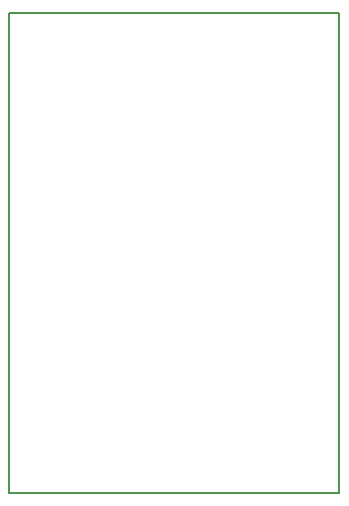
<source format=gbr>
G04 #@! TF.GenerationSoftware,KiCad,Pcbnew,(5.1.8)-1*
G04 #@! TF.CreationDate,2021-03-02T12:26:28+01:00*
G04 #@! TF.ProjectId,Lokstyrning,4c6f6b73-7479-4726-9e69-6e672e6b6963,rev?*
G04 #@! TF.SameCoordinates,Original*
G04 #@! TF.FileFunction,Legend,Bot*
G04 #@! TF.FilePolarity,Positive*
%FSLAX46Y46*%
G04 Gerber Fmt 4.6, Leading zero omitted, Abs format (unit mm)*
G04 Created by KiCad (PCBNEW (5.1.8)-1) date 2021-03-02 12:26:28*
%MOMM*%
%LPD*%
G01*
G04 APERTURE LIST*
%ADD10C,0.200000*%
G04 APERTURE END LIST*
D10*
X201930000Y-59690000D02*
X173990000Y-59690000D01*
X201930000Y-100330000D02*
X201930000Y-59690000D01*
X173990000Y-100330000D02*
X201930000Y-100330000D01*
X173990000Y-59690000D02*
X173990000Y-100330000D01*
M02*

</source>
